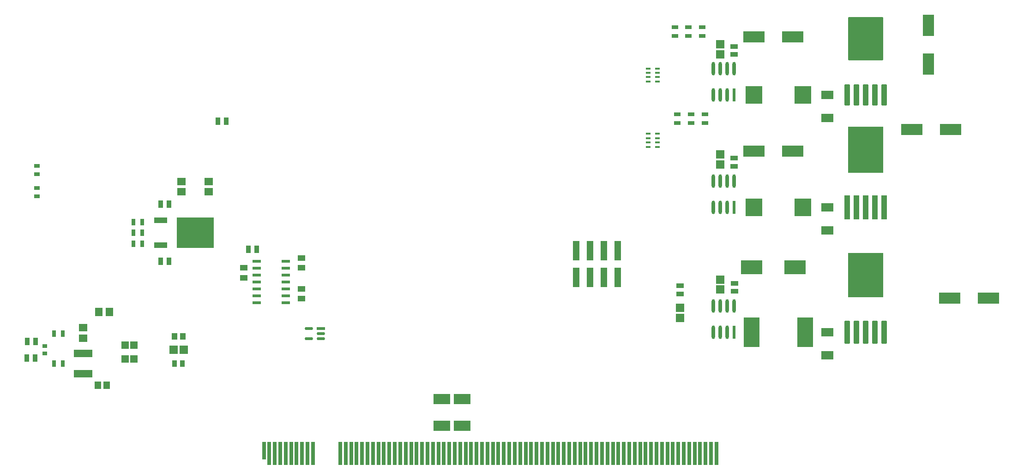
<source format=gbp>
G04*
G04 #@! TF.GenerationSoftware,Altium Limited,Altium Designer,21.3.2 (30)*
G04*
G04 Layer_Color=128*
%FSLAX25Y25*%
%MOIN*%
G70*
G04*
G04 #@! TF.SameCoordinates,06CA3BE7-F167-48F9-AA53-4FDEF555C1C3*
G04*
G04*
G04 #@! TF.FilePolarity,Positive*
G04*
G01*
G75*
%ADD21R,0.04921X0.03150*%
%ADD26R,0.07874X0.15748*%
%ADD27R,0.08583X0.06378*%
%ADD29R,0.11417X0.21260*%
G04:AMPARAMS|DCode=30|XSize=39.37mil|YSize=163.39mil|CornerRadius=1.97mil|HoleSize=0mil|Usage=FLASHONLY|Rotation=0.000|XOffset=0mil|YOffset=0mil|HoleType=Round|Shape=RoundedRectangle|*
%AMROUNDEDRECTD30*
21,1,0.03937,0.15945,0,0,0.0*
21,1,0.03543,0.16339,0,0,0.0*
1,1,0.00394,0.01772,-0.07972*
1,1,0.00394,-0.01772,-0.07972*
1,1,0.00394,-0.01772,0.07972*
1,1,0.00394,0.01772,0.07972*
%
%ADD30ROUNDEDRECTD30*%
G04:AMPARAMS|DCode=31|XSize=251.97mil|YSize=322.84mil|CornerRadius=2.52mil|HoleSize=0mil|Usage=FLASHONLY|Rotation=0.000|XOffset=0mil|YOffset=0mil|HoleType=Round|Shape=RoundedRectangle|*
%AMROUNDEDRECTD31*
21,1,0.25197,0.31780,0,0,0.0*
21,1,0.24693,0.32284,0,0,0.0*
1,1,0.00504,0.12347,-0.15890*
1,1,0.00504,-0.12347,-0.15890*
1,1,0.00504,-0.12347,0.15890*
1,1,0.00504,0.12347,0.15890*
%
%ADD31ROUNDEDRECTD31*%
%ADD32R,0.03150X0.04921*%
%ADD35R,0.06102X0.05512*%
%ADD36R,0.05315X0.03740*%
%ADD38R,0.03740X0.05315*%
%ADD39R,0.05315X0.03937*%
%ADD43R,0.06102X0.06102*%
%ADD53R,0.12400X0.07700*%
%ADD55R,0.02756X0.16535*%
%ADD56R,0.02756X0.12598*%
%ADD60R,0.06102X0.06102*%
%ADD67R,0.05315X0.06102*%
%ADD117R,0.15748X0.09843*%
%ADD118R,0.03543X0.01772*%
%ADD119R,0.15748X0.07874*%
G04:AMPARAMS|DCode=120|XSize=41.34mil|YSize=175.2mil|CornerRadius=2.07mil|HoleSize=0mil|Usage=FLASHONLY|Rotation=0.000|XOffset=0mil|YOffset=0mil|HoleType=Round|Shape=RoundedRectangle|*
%AMROUNDEDRECTD120*
21,1,0.04134,0.17106,0,0,0.0*
21,1,0.03720,0.17520,0,0,0.0*
1,1,0.00413,0.01860,-0.08553*
1,1,0.00413,-0.01860,-0.08553*
1,1,0.00413,-0.01860,0.08553*
1,1,0.00413,0.01860,0.08553*
%
%ADD120ROUNDEDRECTD120*%
G04:AMPARAMS|DCode=121|XSize=253.94mil|YSize=334.65mil|CornerRadius=2.54mil|HoleSize=0mil|Usage=FLASHONLY|Rotation=0.000|XOffset=0mil|YOffset=0mil|HoleType=Round|Shape=RoundedRectangle|*
%AMROUNDEDRECTD121*
21,1,0.25394,0.32957,0,0,0.0*
21,1,0.24886,0.33465,0,0,0.0*
1,1,0.00508,0.12443,-0.16478*
1,1,0.00508,-0.12443,-0.16478*
1,1,0.00508,-0.12443,0.16478*
1,1,0.00508,0.12443,0.16478*
%
%ADD121ROUNDEDRECTD121*%
%ADD122R,0.12299X0.12799*%
%ADD123R,0.02449X0.09740*%
G04:AMPARAMS|DCode=124|XSize=97.4mil|YSize=24.49mil|CornerRadius=12.25mil|HoleSize=0mil|Usage=FLASHONLY|Rotation=90.000|XOffset=0mil|YOffset=0mil|HoleType=Round|Shape=RoundedRectangle|*
%AMROUNDEDRECTD124*
21,1,0.09740,0.00000,0,0,90.0*
21,1,0.07291,0.02449,0,0,90.0*
1,1,0.02449,0.00000,0.03646*
1,1,0.02449,0.00000,-0.03646*
1,1,0.02449,0.00000,-0.03646*
1,1,0.02449,0.00000,0.03646*
%
%ADD124ROUNDEDRECTD124*%
G04:AMPARAMS|DCode=125|XSize=37.4mil|YSize=151.58mil|CornerRadius=2.06mil|HoleSize=0mil|Usage=FLASHONLY|Rotation=0.000|XOffset=0mil|YOffset=0mil|HoleType=Round|Shape=RoundedRectangle|*
%AMROUNDEDRECTD125*
21,1,0.03740,0.14746,0,0,0.0*
21,1,0.03329,0.15158,0,0,0.0*
1,1,0.00411,0.01664,-0.07373*
1,1,0.00411,-0.01664,-0.07373*
1,1,0.00411,-0.01664,0.07373*
1,1,0.00411,0.01664,0.07373*
%
%ADD125ROUNDEDRECTD125*%
G04:AMPARAMS|DCode=126|XSize=251.97mil|YSize=311.02mil|CornerRadius=2.52mil|HoleSize=0mil|Usage=FLASHONLY|Rotation=0.000|XOffset=0mil|YOffset=0mil|HoleType=Round|Shape=RoundedRectangle|*
%AMROUNDEDRECTD126*
21,1,0.25197,0.30598,0,0,0.0*
21,1,0.24693,0.31102,0,0,0.0*
1,1,0.00504,0.12347,-0.15299*
1,1,0.00504,-0.12347,-0.15299*
1,1,0.00504,-0.12347,0.15299*
1,1,0.00504,0.12347,0.15299*
%
%ADD126ROUNDEDRECTD126*%
%ADD128R,0.26772X0.21850*%
%ADD129R,0.09449X0.03937*%
%ADD130R,0.05926X0.02253*%
G04:AMPARAMS|DCode=131|XSize=59.26mil|YSize=22.53mil|CornerRadius=11.26mil|HoleSize=0mil|Usage=FLASHONLY|Rotation=180.000|XOffset=0mil|YOffset=0mil|HoleType=Round|Shape=RoundedRectangle|*
%AMROUNDEDRECTD131*
21,1,0.05926,0.00000,0,0,180.0*
21,1,0.03674,0.02253,0,0,180.0*
1,1,0.02253,-0.01837,0.00000*
1,1,0.02253,0.01837,0.00000*
1,1,0.02253,0.01837,0.00000*
1,1,0.02253,-0.01837,0.00000*
%
%ADD131ROUNDEDRECTD131*%
%ADD132R,0.05000X0.14488*%
%ADD133R,0.03465X0.02638*%
%ADD134R,0.03771X0.04969*%
%ADD135R,0.03937X0.05118*%
%ADD136R,0.05118X0.05709*%
%ADD137R,0.05315X0.05709*%
%ADD138R,0.13386X0.05512*%
%ADD139R,0.06102X0.05315*%
%ADD140R,0.03937X0.03150*%
%ADD141R,0.05906X0.02165*%
D21*
X478346Y252756D02*
D03*
Y259055D02*
D03*
X488189Y252756D02*
D03*
Y259055D02*
D03*
X498032Y252756D02*
D03*
Y259055D02*
D03*
X476378Y315748D02*
D03*
Y322047D02*
D03*
X486221Y315748D02*
D03*
Y322047D02*
D03*
X496063Y315748D02*
D03*
Y322047D02*
D03*
D26*
X659449Y323228D02*
D03*
Y295276D02*
D03*
D27*
X586614Y101181D02*
D03*
Y84567D02*
D03*
Y191575D02*
D03*
Y174961D02*
D03*
Y272874D02*
D03*
Y256260D02*
D03*
D29*
X570669Y101378D02*
D03*
X531693D02*
D03*
D30*
X627559D02*
D03*
X620866D02*
D03*
X614173D02*
D03*
X607480D02*
D03*
X600787D02*
D03*
D31*
X614173Y142520D02*
D03*
D32*
X85433Y181102D02*
D03*
X91732D02*
D03*
X85433Y173228D02*
D03*
X91732D02*
D03*
X85433Y165354D02*
D03*
X91732D02*
D03*
X34646Y100394D02*
D03*
X28346D02*
D03*
X34646Y78740D02*
D03*
X28346D02*
D03*
D35*
X120079Y202953D02*
D03*
Y210433D02*
D03*
X139764Y202953D02*
D03*
Y210433D02*
D03*
D36*
X480315Y128957D02*
D03*
Y134862D02*
D03*
X519488Y130905D02*
D03*
Y136811D02*
D03*
X519291Y221457D02*
D03*
Y227362D02*
D03*
X519311Y302165D02*
D03*
Y308071D02*
D03*
D38*
X174409Y161417D02*
D03*
X168504D02*
D03*
X105118Y193898D02*
D03*
X111024D02*
D03*
X105118Y152559D02*
D03*
X111024D02*
D03*
X14567Y82677D02*
D03*
X8661D02*
D03*
X14764Y94488D02*
D03*
X8858D02*
D03*
X146653Y253937D02*
D03*
X152559D02*
D03*
D39*
X165354Y147835D02*
D03*
Y140748D02*
D03*
X206693Y132795D02*
D03*
Y125709D02*
D03*
Y147835D02*
D03*
Y154921D02*
D03*
D43*
X480315Y118957D02*
D03*
Y111673D02*
D03*
X509311Y132185D02*
D03*
Y139469D02*
D03*
X509252Y222736D02*
D03*
Y230020D02*
D03*
Y302461D02*
D03*
Y309744D02*
D03*
D53*
X308071Y33657D02*
D03*
Y52957D02*
D03*
X322835Y33657D02*
D03*
Y52957D02*
D03*
D55*
X278150Y13780D02*
D03*
X270276D02*
D03*
X258465D02*
D03*
X309646D02*
D03*
X297835D02*
D03*
X286024D02*
D03*
X289961D02*
D03*
X305709D02*
D03*
X293898D02*
D03*
X266339D02*
D03*
X274213D02*
D03*
X301772D02*
D03*
X262402D02*
D03*
X282087D02*
D03*
X250590D02*
D03*
X211221D02*
D03*
X246654D02*
D03*
X234842D02*
D03*
X183661D02*
D03*
X191535D02*
D03*
X207283D02*
D03*
X242717D02*
D03*
X199409D02*
D03*
X203346D02*
D03*
X215158D02*
D03*
X187598D02*
D03*
X195472D02*
D03*
X238779D02*
D03*
X254528D02*
D03*
X321457D02*
D03*
X341142D02*
D03*
X337205D02*
D03*
X372638D02*
D03*
X349016D02*
D03*
X329331D02*
D03*
X352953D02*
D03*
X317520D02*
D03*
X356890D02*
D03*
X313583D02*
D03*
X364764D02*
D03*
X325394D02*
D03*
X345079D02*
D03*
X360827D02*
D03*
X333268D02*
D03*
X368701D02*
D03*
X376575D02*
D03*
X380512D02*
D03*
X384449D02*
D03*
X388386D02*
D03*
X392323D02*
D03*
X396260D02*
D03*
X400197D02*
D03*
X404134D02*
D03*
X408071D02*
D03*
X412008D02*
D03*
X415945D02*
D03*
X419882D02*
D03*
X423819D02*
D03*
X427756D02*
D03*
X431693D02*
D03*
X435630D02*
D03*
X439567D02*
D03*
X443504D02*
D03*
X447441D02*
D03*
X451378D02*
D03*
X455315D02*
D03*
X459252D02*
D03*
X463189D02*
D03*
X467126D02*
D03*
X471063D02*
D03*
X475000D02*
D03*
X478937D02*
D03*
X482874D02*
D03*
X486811D02*
D03*
X490748D02*
D03*
X494685D02*
D03*
X498622D02*
D03*
X502559D02*
D03*
X506496D02*
D03*
D56*
X179724Y15748D02*
D03*
D60*
X121752Y88583D02*
D03*
X114469D02*
D03*
D67*
X68110Y116142D02*
D03*
X60433D02*
D03*
D117*
X531811Y148228D02*
D03*
X563307D02*
D03*
D118*
X463976Y235433D02*
D03*
Y238583D02*
D03*
Y241732D02*
D03*
Y244882D02*
D03*
X457283D02*
D03*
Y241732D02*
D03*
Y238583D02*
D03*
Y235433D02*
D03*
X463976Y282677D02*
D03*
Y285827D02*
D03*
Y288976D02*
D03*
Y292126D02*
D03*
X457283D02*
D03*
Y288976D02*
D03*
Y285827D02*
D03*
Y282677D02*
D03*
D119*
X702953Y125984D02*
D03*
X675000D02*
D03*
X533581Y232283D02*
D03*
X561533D02*
D03*
X675394Y248031D02*
D03*
X647441D02*
D03*
X533581Y314961D02*
D03*
X561533D02*
D03*
D120*
X627559Y191732D02*
D03*
X620866D02*
D03*
X614173D02*
D03*
X607480D02*
D03*
X600787D02*
D03*
D121*
X614173Y233268D02*
D03*
D122*
X568782Y191575D02*
D03*
X533581D02*
D03*
X533581Y272835D02*
D03*
X568782D02*
D03*
D123*
X519311Y191575D02*
D03*
Y272874D02*
D03*
Y101378D02*
D03*
D124*
X514311Y191575D02*
D03*
X509311D02*
D03*
X504311D02*
D03*
Y210599D02*
D03*
X509311D02*
D03*
X514311D02*
D03*
X519311D02*
D03*
X514311Y272874D02*
D03*
X509311D02*
D03*
X504311D02*
D03*
Y291898D02*
D03*
X509311D02*
D03*
X514311D02*
D03*
X519311D02*
D03*
X514311Y101378D02*
D03*
X509311D02*
D03*
X504311D02*
D03*
Y120402D02*
D03*
X509311D02*
D03*
X514311D02*
D03*
X519311D02*
D03*
D125*
X627559Y272835D02*
D03*
X620866D02*
D03*
X614173D02*
D03*
X607480D02*
D03*
X600787D02*
D03*
D126*
X614173Y313583D02*
D03*
D128*
X130315Y173228D02*
D03*
D129*
X105118Y182205D02*
D03*
Y164252D02*
D03*
D130*
X220868Y104134D02*
D03*
D131*
Y100394D02*
D03*
Y96653D02*
D03*
X212203D02*
D03*
Y104134D02*
D03*
D132*
X415252Y160335D02*
D03*
X425252D02*
D03*
X435252D02*
D03*
X405252D02*
D03*
Y140847D02*
D03*
X415252D02*
D03*
X425252D02*
D03*
X435252D02*
D03*
D133*
X21654Y91201D02*
D03*
Y85965D02*
D03*
D134*
X115247Y78740D02*
D03*
X120973D02*
D03*
D135*
X121063Y98425D02*
D03*
X115157D02*
D03*
D136*
X66142Y62992D02*
D03*
X59842D02*
D03*
D137*
X79429Y82067D02*
D03*
X85925D02*
D03*
X79429Y92067D02*
D03*
X85925D02*
D03*
D138*
X49213Y86024D02*
D03*
Y71457D02*
D03*
D139*
Y104626D02*
D03*
Y96949D02*
D03*
D140*
X15748Y205610D02*
D03*
Y199705D02*
D03*
Y215650D02*
D03*
Y221555D02*
D03*
D141*
X174410Y122795D02*
D03*
Y127795D02*
D03*
Y132795D02*
D03*
Y137795D02*
D03*
Y142795D02*
D03*
Y147795D02*
D03*
Y152795D02*
D03*
X195669Y122795D02*
D03*
Y127796D02*
D03*
Y132796D02*
D03*
Y137795D02*
D03*
Y142796D02*
D03*
Y147795D02*
D03*
Y152796D02*
D03*
M02*

</source>
